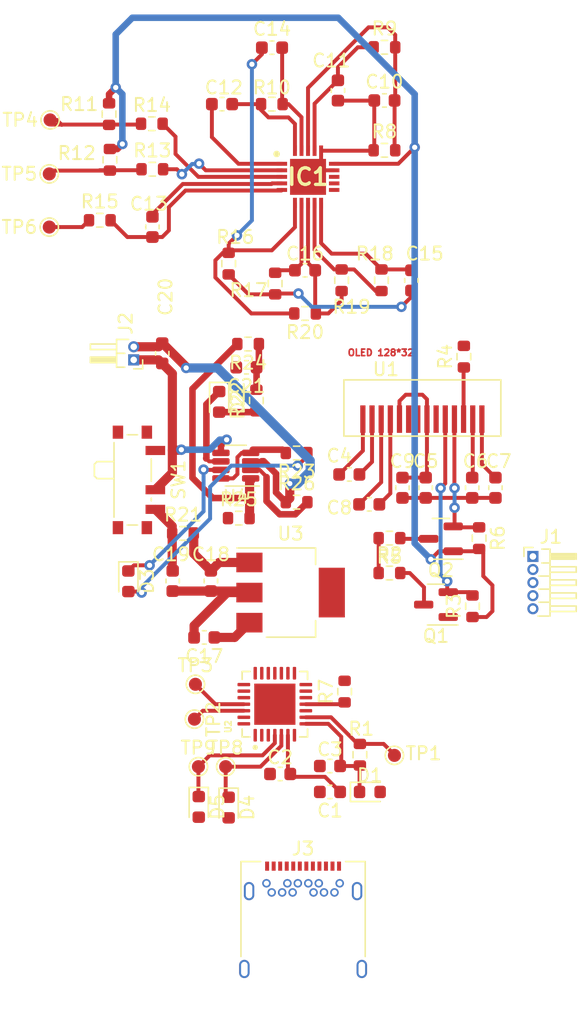
<source format=kicad_pcb>
(kicad_pcb (version 20211014) (generator pcbnew)
  (layers (0 "F.Cu" signal) (31 "B.Cu" signal) (34 "B.Paste" user) (35 "F.Paste" user) (36 "B.SilkS" user "B.Silkscreen") (37 "F.SilkS" user "F.Silkscreen") (38 "B.Mask" user) (39 "F.Mask" user) (44 "Edge.Cuts" user))
  (net 0 "")
  (net 1 "VIN")
  (net 2 "GND")
  (net 3 "USB_D+")
  (net 4 "USB_D-")
  (net 5 "Net-(C16-Pad2)")
  (net 6 "/REF_OUT")
  (net 7 "Net-(IC1-Pad9)")
  (net 8 "3.3V")
  (net 9 "SCL_3.3")
  (net 10 "SCL_5")
  (net 11 "SDA_3.3")
  (net 12 "SDA_5")
  (net 13 "Net-(R1-Pad2)")
  (net 14 "VCC")
  (net 15 "+5V")
  (net 17 "/BATTERY +VE")
  (net 18 "/LDO-")
  (net 19 "/LDO+")
  (net 20 "/SDN#")
  (net 21 "/TXD")
  (net 22 "/RXD")
  (net 23 "/LA")
  (net 24 "+3V3")
  (net 25 "/RA")
  (net 26 "/RL")
  (net 27 "Net-(C4-Pad1)")
  (net 28 "Net-(C4-Pad2)")
  (net 29 "Net-(C5-Pad2)")
  (net 30 "Net-(C11-Pad2)")
  (net 31 "Net-(C12-Pad2)")
  (net 32 "Net-(C14-Pad1)")
  (net 33 "Net-(C18-Pad1)")
  (net 34 "Net-(IC1-Pad2)")
  (net 35 "Net-(IC1-Pad3)")
  (net 36 "Net-(C1-Pad1)")
  (net 37 "Net-(C6-Pad2)")
  (net 38 "Net-(C7-Pad2)")
  (net 39 "Net-(C8-Pad1)")
  (net 40 "Net-(C8-Pad2)")
  (net 41 "Net-(C10-Pad2)")
  (net 42 "Net-(C12-Pad1)")
  (net 43 "Net-(C13-Pad1)")
  (net 44 "Net-(C13-Pad2)")
  (net 45 "Net-(C14-Pad2)")
  (net 46 "Net-(C15-Pad1)")
  (net 47 "Net-(C15-Pad2)")
  (net 48 "Net-(C21-Pad1)")
  (net 50 "Net-(D2-Pad1)")
  (net 51 "Net-(D2-Pad2)")
  (net 52 "Net-(D3-Pad1)")
  (net 53 "Net-(D3-Pad2)")
  (net 54 "Net-(R4-Pad1)")
  (net 55 "Net-(R7-Pad1)")
  (net 56 "Net-(R24-Pad2)")
  (net 57 "Net-(R26-Pad2)")
  (footprint "Capacitor_SMD:C_0603_1608Metric" (layer "F.Cu") (at 100.1556 55.9444)
    (fp_text reference "C4")
    (fp_text value "1uf")
  )
  (footprint "Package_TO_SOT_SMD:TSOT-23-8" (layer "F.Cu") (at 91.4776 55.2704 180)
    (fp_text reference "U4")
    (fp_text value "TP4056")
  )
  (footprint "Resistor_SMD:R_0603_1608Metric" (layer "F.Cu") (at 109.5756 66.0188 90)
    (fp_text reference "R3")
    (fp_text value "10k")
  )
  (footprint "Resistor_SMD:R_0603_1608Metric" (layer "F.Cu") (at 85.0945 32.6132)
    (fp_text reference "R13")
    (fp_text value "10M")
  )
  (footprint "Connector_PinHeader_1.00mm:PinHeader_1x05_P1.00mm_Horizontal" (layer "F.Cu") (at 114.195 62.2112)
    (fp_text reference "J1")
    (fp_text value "UART")
  )
  (footprint "TestPoint:TestPoint_Pad_D1.0mm" (layer "F.Cu") (at 103.6066 77.4192)
    (fp_text reference "TP1")
    (fp_text value "0-RST")
  )
  (footprint "Capacitor_SMD:C_0603_1608Metric" (layer "F.Cu") (at 111.3316 56.9604 90)
    (fp_text reference "C7")
    (fp_text value "10uf")
  )
  (footprint "Resistor_SMD:R_0603_1608Metric" (layer "F.Cu") (at 93.0524 50.292 90)
    (fp_text reference "R22")
    (fp_text value "1k")
  )
  (footprint "Capacitor_SMD:C_0603_1608Metric" (layer "F.Cu") (at 86.6516 64.0842 -90)
    (fp_text reference "C19")
    (fp_text value ".1uf")
  )
  (footprint "TestPoint:TestPoint_Pad_D1.0mm" (layer "F.Cu") (at 88.6206 78.2828)
    (fp_text reference "TP9")
    (fp_text value "D-")
  )
  (footprint "Capacitor_SMD:C_0603_1608Metric" (layer "F.Cu") (at 101.6796 58.2304)
    (fp_text reference "C8")
    (fp_text value "1uf")
  )
  (footprint "Capacitor_SMD:C_0603_1608Metric" (layer "F.Cu") (at 90.424 27.6352)
    (fp_text reference "C12")
    (fp_text value "4.7uf")
  )
  (footprint "TestPoint:TestPoint_Pad_D1.0mm" (layer "F.Cu") (at 88.392 71.9842)
    (fp_text reference "TP3")
    (fp_text value "RXD")
  )
  (footprint "Resistor_SMD:R_0603_1608Metric" (layer "F.Cu") (at 81.851 31.8902 -90)
    (fp_text reference "R12")
    (fp_text value "10M")
  )
  (footprint "Resistor_SMD:R_0603_1608Metric" (layer "F.Cu") (at 87.439 60.452)
    (fp_text reference "R21")
    (fp_text value "0.4R")
  )
  (footprint "Capacitor_SMD:C_0603_1608Metric" (layer "F.Cu") (at 89.0646 68.4022 180)
    (fp_text reference "C17")
    (fp_text value "1uf")
  )
  (footprint "Resistor_SMD:R_0603_1608Metric" (layer "F.Cu") (at 102.842214 31.163414)
    (fp_text reference "R8")
    (fp_text value "10M")
  )
  (footprint "Resistor_SMD:R_0603_1608Metric" (layer "F.Cu") (at 99.568 41.0972 -90)
    (fp_text reference "R19")
    (fp_text value "330K")
  )
  (footprint "Resistor_SMD:R_0603_1608Metric" (layer "F.Cu") (at 91.7062 59.2836)
    (fp_text reference "R25")
    (fp_text value "R_Small_US")
  )
  (footprint "Package_TO_SOT_SMD:SOT-23" (layer "F.Cu") (at 106.7816 65.8918 180)
    (fp_text reference "Q1")
    (fp_text value "BSS138")
  )
  (footprint "Resistor_SMD:R_0603_1608Metric" (layer "F.Cu") (at 99.7966 72.5424 90)
    (fp_text reference "R7")
    (fp_text value "10K")
  )
  (footprint "Capacitor_SMD:C_0603_1608Metric" (layer "F.Cu") (at 109.5536 56.9604 90)
    (fp_text reference "C6")
    (fp_text value "10uf")
  )
  (footprint "Capacitor_SMD:C_0603_1608Metric" (layer "F.Cu") (at 99.286214 26.591414 90)
    (fp_text reference "C11")
    (fp_text value ".1uf")
  )
  (footprint "Resistor_SMD:R_0603_1608Metric" (layer "F.Cu") (at 92.4174 45.974 180)
    (fp_text reference "R24")
    (fp_text value "R_Small_US")
  )
  (footprint "Resistor_SMD:R_0603_1608Metric" (layer "F.Cu") (at 102.842214 23.289414)
    (fp_text reference "R9")
    (fp_text value "10M")
  )
  (footprint "Package_TO_SOT_SMD:SOT-223" (layer "F.Cu") (at 95.6686 64.9732)
    (fp_text reference "U3")
    (fp_text value "TC1262-33")
  )
  (footprint "Resistor_SMD:R_0603_1608Metric" (layer "F.Cu") (at 81.788 28.3972 -90)
    (fp_text reference "R11")
    (fp_text value "10M")
  )
  (footprint "Connector_USB:USB_C_Receptacle_Amphenol_12401548E4-2A" (layer "F.Cu") (at 96.6216 90.9066)
    (fp_text reference "J3")
    (fp_text value "USB_B_Micro")
  )
  (footprint "Capacitor_SMD:C_0603_1608Metric" (layer "F.Cu") (at 89.5726 64.0842 -90)
    (fp_text reference "C18")
    (fp_text value "1uf")
  )
  (footprint "Capacitor_SMD:C_0603_1608Metric" (layer "F.Cu") (at 94.869 78.8416)
    (fp_text reference "C2")
    (fp_text value "100nf")
  )
  (footprint "Resistor_SMD:R_0603_1608Metric" (layer "F.Cu") (at 103.2256 60.8118 180)
    (fp_text reference "R5")
    (fp_text value "10k")
  )
  (footprint "TestPoint:TestPoint_Pad_D1.0mm" (layer "F.Cu") (at 77.216 32.9692)
    (fp_text reference "TP5")
    (fp_text value "RA")
  )
  (footprint "Capacitor_SMD:C_0603_1608Metric" (layer "F.Cu") (at 94.247 23.3172)
    (fp_text reference "C14")
    (fp_text value "4.7uf")
  )
  (footprint "TestPoint:TestPoint_Pad_D1.0mm" (layer "F.Cu") (at 90.7034 78.2828)
    (fp_text reference "TP8")
    (fp_text value "D+")
  )
  (footprint "Capacitor_SMD:C_0603_1608Metric" (layer "F.Cu") (at 92.2904 47.752 180)
    (fp_text reference "C21")
    (fp_text value "4.7uf")
  )
  (footprint "Capacitor_SMD:C_0603_1608Metric" (layer "F.Cu") (at 102.842214 27.353414)
    (fp_text reference "C10")
    (fp_text value ".1uf")
  )
  (footprint "Resistor_SMD:R_0603_1608Metric" (layer "F.Cu") (at 81.079 36.5122)
    (fp_text reference "R15")
    (fp_text value "10M")
  )
  (footprint "SSD1306:SSD1306" (layer "F.Cu") (at 105.7436 51.7144)
    (fp_text reference "U1")
    (fp_text value "SSD1306")
  )
  (footprint "TestPoint:TestPoint_Pad_D1.0mm" (layer "F.Cu") (at 77.216 37.0332)
    (fp_text reference "TP6")
    (fp_text value "RL")
  )
  (footprint "Resistor_SMD:R_0603_1608Metric" (layer "F.Cu") (at 108.9152 46.9392 90)
    (fp_text reference "R4")
    (fp_text value "330k")
  )
  (footprint "Resistor_SMD:R_0603_1608Metric" (layer "F.Cu") (at 110.0836 60.8118 -90)
    (fp_text reference "R6")
    (fp_text value "10k")
  )
  (footprint "Resistor_SMD:R_0603_1608Metric" (layer "F.Cu") (at 96.774 43.6372 180)
    (fp_text reference "R20")
    (fp_text value "100K")
  )
  (footprint "Resistor_SMD:R_0603_1608Metric" (layer "F.Cu") (at 94.234 27.6352 180)
    (fp_text reference "R10")
    (fp_text value "10M")
  )
  (footprint "Capacitor_SMD:C_0603_1608Metric" (layer "F.Cu") (at 98.679 80.2132 180)
    (fp_text reference "C1")
    (fp_text value "4.7uf")
  )
  (footprint "Resistor_SMD:R_0603_1608Metric" (layer "F.Cu") (at 90.932 39.8272 90)
    (fp_text reference "R16")
    (fp_text value "10M")
  )
  (footprint "Capacitor_SMD:C_0603_1608Metric" (layer "F.Cu") (at 104.902 41.1102 -90)
    (fp_text reference "C15")
    (fp_text value "2.7nf")
  )
  (footprint "Package_TO_SOT_SMD:SOT-23" (layer "F.Cu") (at 107.1626 60.8658 180)
    (fp_text reference "Q2")
    (fp_text value "BSS138")
  )
  (footprint "Resistor_SMD:R_0603_1608Metric" (layer "F.Cu") (at 102.616 41.0972 -90)
    (fp_text reference "R18")
    (fp_text value "1M")
  )
  (footprint "Resistor_SMD:R_0603_1608Metric" (layer "F.Cu") (at 96.1258 54.3052 180)
    (fp_text reference "R23")
    (fp_text value "1k")
  )
  (footprint "Button_Switch_SMD:SW_SPDT_PCM12" (layer "F.Cu") (at 83.896 56.3612 -90)
    (fp_text reference "SW1")
    (fp_text value "SW_SPDT")
  )
  (footprint "Connector_PinHeader_1.00mm:PinHeader_1x02_P1.00mm_Horizontal" (layer "F.Cu") (at 83.671 47.1852 180)
    (fp_text reference "J2")
    (fp_text value "Li-Ion 3.7 CONN")
  )
  (footprint "Capacitor_SMD:C_0603_1608Metric" (layer "F.Cu") (at 98.679 78.232 180)
    (fp_text reference "C3")
    (fp_text value "1uf")
  )
  (footprint "Resistor_SMD:R_0603_1608Metric" (layer "F.Cu") (at 103.2256 63.4788)
    (fp_text reference "R2")
    (fp_text value "10k")
  )
  (footprint "TestPoint:TestPoint_Pad_D1.0mm" (layer "F.Cu") (at 77.279 28.8422)
    (fp_text reference "TP4")
    (fp_text value "LA")
  )
  (footprint "CP2102-GM:QFN50P500X500X100-29N" (layer "F.Cu") (at 94.4626 73.5076 90)
    (fp_text reference "U2")
    (fp_text value "CP2102-GM")
  )
  (footprint "Resistor_SMD:R_0603_1608Metric" (layer "F.Cu") (at 96.1258 58.0644)
    (fp_text reference "R26")
    (fp_text value "R_prog")
  )
  (footprint "Capacitor_SMD:C_0603_1608Metric" (layer "F.Cu") (at 85.103 37.0202 90)
    (fp_text reference "C13")
    (fp_text value "1nf")
  )
  (footprint "Resistor_SMD:R_0603_1608Metric" (layer "F.Cu") (at 100.965 77.3684 90)
    (fp_text reference "R1")
    (fp_text value "4.7k")
  )
  (footprint "LED_SMD:LED_0603_1608Metric" (layer "F.Cu") (at 90.2076 50.3936 -90)
    (fp_text reference "D2")
    (fp_text value "LED GREEN")
  )
  (footprint "KiCad:QFN50P400X400X80-21N-D" (layer "F.Cu") (at 97.000214 33.195414)
    (fp_text reference "IC1")
    (fp_text value "AD8232ACPZ" hide)
  )
  (footprint "Capacitor_SMD:C_0603_1608Metric" (layer "F.Cu") (at 85.852 46.6852 90)
    (fp_text reference "C20")
    (fp_text value "10uf")
  )
  (footprint "LED_SMD:LED_0603_1608Metric" (layer "F.Cu") (at 83.2612 64.1096 -90)
    (fp_text reference "D3")
    (fp_text value "LED RED")
  )
  (footprint "Capacitor_SMD:C_0603_1608Metric" (layer "F.Cu") (at 105.9976 56.9604 90)
    (fp_text reference "C5")
    (fp_text value "1uf")
  )
  (footprint "Diode_SMD:D_0603_1608Metric" (layer "F.Cu") (at 101.727 80.2132)
    (fp_text reference "D1")
    (fp_text value "4148")
  )
  (footprint "Capacitor_SMD:C_0603_1608Metric" (layer "F.Cu") (at 96.774 40.3352 180)
    (fp_text reference "C16")
    (fp_text value "6.8nf")
  )
  (footprint "TestPoint:TestPoint_Pad_D1.0mm" (layer "F.Cu") (at 88.3158 74.6506 -90)
    (fp_text reference "TP2")
    (fp_text value "TXD")
  )
  (footprint "Resistor_SMD:R_0603_1608Metric" (layer "F.Cu") (at 94.488 41.3512 90)
    (fp_text reference "R17")
    (fp_text value "10M")
  )
  (footprint "Capacitor_SMD:C_0603_1608Metric" (layer "F.Cu") (at 104.2196 56.9604 -90)
    (fp_text reference "C9")
    (fp_text value "1uf")
  )
  (footprint "Diode_SMD:D_0603_1608Metric" (layer "F.Cu") (at 90.932 81.407 -90)
    (fp_text reference "D4")
    (fp_text value "D_Schottky")
  )
  (footprint "Diode_SMD:D_0603_1608Metric" (layer "F.Cu") (at 88.646 81.3562 -90)
    (fp_text reference "D5")
    (fp_text value "D_Schottky")
  )
  (footprint "Resistor_SMD:R_0603_1608Metric" (layer "F.Cu") (at 85.0575 29.1342)
    (fp_text reference "R14")
    (fp_text value "10M")
  )
  (gr_text "OLED 128*32" (at 102.5652 46.6344) (layer "F.Cu") (effects (font (size 0.5 0.5) (thickness 0.125))))
  (segment (start 100.9264 78.232) (end 100.965 78.1934) (width 0.3) (layer "F.Cu") (net 1))
  (segment (start 99.454 78.232) (end 100.9264 78.232) (width 0.3) (layer "F.Cu") (net 1))
  (segment (start 100.9395 80.2132) (end 100.9395 78.2189) (width 0.3) (layer "F.Cu") (net 1))
  (segment (start 99.5426 78.1434) (end 99.454 78.232) (width 0.3) (layer "F.Cu") (net 1))
  (segment (start 100.9395 78.2189) (end 100.965 78.1934) (width 0.3) (layer "F.Cu") (net 1))
  (segment (start 96.8326 75.0076) (end 98.5534 75.0076) (width 0.3) (layer "F.Cu") (net 1))
  (segment (start 98.5534 75.0076) (end 99.5426 75.9968) (width 0.3) (layer "F.Cu") (net 1))
  (segment (start 99.5426 75.9968) (end 99.5426 78.1434) (width 0.3) (layer "F.Cu") (net 1))
  (segment (start 99.000214 32.695414) (end 97.500214 32.695414) (width 0.3) (layer "F.Cu") (net 2))
  (segment (start 92.6151 54.9454) (end 93.592494 54.9454) (width 0.3) (layer "F.Cu") (net 2))
  (segment (start 104.2196 57.7354) (end 105.9976 57.7354) (width 0.3) (layer "F.Cu") (net 2))
  (segment (start 90.8186 64.9732) (end 88.2896 67.5022) (width 0.7) (layer "F.Cu") (net 2))
  (segment (start 102.017214 31.163414) (end 101.985214 31.195414) (width 0.3) (layer "F.Cu") (net 2))
  (segment (start 94.55288 55.88188) (end 93.604447 54.933447) (width 0.5) (layer "F.Cu") (net 2))
  (segment (start 83.671 46.1852) (end 85.577 46.1852) (width 0.7) (layer "F.Cu") (net 2))
  (segment (start 97.500214 32.695414) (end 97.000214 33.195414) (width 0.3) (layer "F.Cu") (net 2))
  (segment (start 101.985214 31.195414) (end 98.000214 31.195414) (width 0.3) (layer "F.Cu") (net 2))
  (segment (start 85.577 46.1852) (end 85.852 45.9102) (width 0.7) (layer "F.Cu") (net 2))
  (segment (start 98.000214 32.195414) (end 98.000214 31.195414) (width 0.3) (layer "F.Cu") (net 2))
  (segment (start 102.067214 31.113414) (end 102.017214 31.163414) (width 0.3) (layer "F.Cu") (net 2))
  (segment (start 95.3008 58.0644) (end 94.55288 57.31648) (width 0.5) (layer "F.Cu") (net 2))
  (segment (start 95.6056 57.7596) (end 95.3008 58.0644) (width 0.7) (layer "F.Cu") (net 2))
  (segment (start 93.592494 54.9454) (end 93.604447 54.933447) (width 0.3) (layer "F.Cu") (net 2))
  (segment (start 93.604447 54.933447) (end 93.452046 54.933447) (width 0.5) (layer "F.Cu") (net 2))
  (segment (start 102.067214 27.353414) (end 102.067214 31.113414) (width 0.3) (layer "F.Cu") (net 2))
  (segment (start 102.054214 27.366414) (end 102.067214 27.353414) (width 0.3) (layer "F.Cu") (net 2))
  (segment (start 92.4046 64.8592) (end 92.5186 64.9732) (width 0.7) (layer "F.Cu") (net 2))
  (segment (start 86.6516 64.8592) (end 89.5726 64.8592) (width 0.7) (layer "F.Cu") (net 2))
  (segment (start 88.2896 67.5022) (end 88.2896 68.4022) (width 0.7) (layer "F.Cu") (net 2))
  (segment (start 94.55288 57.31648) (end 94.55288 55.88188) (width 0.5) (layer "F.Cu") (net 2))
  (segment (start 85.852 45.9102) (end 85.872336 45.9102) (width 0.7) (layer "F.Cu") (net 2))
  (segment (start 97.000214 33.195414) (end 98.000214 32.195414) (width 0.3) (layer "F.Cu") (net 2))
  (segment (start 89.5726 64.8592) (end 92.4046 64.8592) (width 0.7) (layer "F.Cu") (net 2))
  (segment (start 85.872336 45.9102) (end 87.6808 47.718664) (width 0.7) (layer "F.Cu") (net 2))
  (segment (start 95.6056 56.642) (end 95.6056 57.7596) (width 0.7) (layer "F.Cu") (net 2))
  (segment (start 87.6808 47.718664) (end 87.6808 47.8028) (width 0.7) (layer "F.Cu") (net 2))
  (segment (start 92.5186 64.9732) (end 90.8186 64.9732) (width 0.7) (layer "F.Cu") (net 2))
  (segment (start 99.286214 27.366414) (end 102.054214 27.366414) (width 0.3) (layer "F.Cu") (net 2))
  (segment (start 105.9976 57.7354) (end 109.5536 57.7354) (width 0.3) (layer "F.Cu") (net 2))
  (segment (start 109.5536 57.7354) (end 111.3316 57.7354) (width 0.3) (layer "F.Cu") (net 2))
  (via (at 95.6056 56.642) (size 0.8) (drill 0.4) (layers "F.Cu" "B.Cu") (net 2))
  (via (at 87.6808 47.8028) (size 0.8) (drill 0.4) (layers "F.Cu" "B.Cu") (net 2))
  (segment (start 96.2152 56.642) (end 95.6056 56.642) (width 0.7) (layer "B.Cu") (net 2))
  (segment (start 87.6808 47.8028) (end 90.090412 47.8028) (width 0.7) (layer "B.Cu") (net 2))
  (segment (start 97.164711 54.877099) (end 97.164711 55.692489) (width 0.7) (layer "B.Cu") (net 2))
  (segment (start 90.090412 47.8028) (end 97.164711 54.877099) (width 0.7) (layer "B.Cu") (net 2))
  (segment (start 97.164711 55.692489) (end 96.2152 56.642) (width 0.7) (layer "B.Cu") (net 2))
  (segment (start 93.365307 78.2828) (end 90.7034 78.2828) (width 0.3) (layer "F.Cu") (net 3))
  (segment (start 94.9626 75.8776) (end 94.9626 76.685507) (width 0.3) (layer "F.Cu") (net 3))
  (segment (start 90.7034 80.3909) (end 90.932 80.6195) (width 0.3) (layer "F.Cu") (net 3))
  (segment (start 90.7034 78.2828) (end 90.7034 80.3909) (width 0.3) (layer "F.Cu") (net 3))
  (segment (start 94.9626 76.685507) (end 93.365307 78.2828) (width 0.3) (layer "F.Cu") (net 3))
  (segment (start 88.6206 78.2828) (end 88.6206 80.5433) (width 0.3) (layer "F.Cu") (net 4))
  (segment (start 89.4842 77.4192) (end 88.6206 78.2828) (width 0.3) (layer "F.Cu") (net 4))
  (segment (start 88.6206 80.5433) (end 88.646 80.5687) (width 0.3) (layer "F.Cu") (net 4))
  (segment (start 94.4626 75.8776) (end 94.4626 76.479079) (width 0.3) (layer "F.Cu") (net 4))
  (segment (start 93.522479 77.4192) (end 89.4842 77.4192) (width 0.3) (layer "F.Cu") (net 4))
  (segment (start 94.4626 76.479079) (end 93.522479 77.4192) (width 0.3) (layer "F.Cu") (net 4))
  (segment (start 96.500214 35.195414) (end 96.500214 39.833986) (width 0.3) (layer "F.Cu") (net 5))
  (segment (start 96.500214 39.833986) (end 95.999 40.3352) (width 0.3) (layer "F.Cu") (net 5))
  (segment (start 95.999 40.3352) (end 94.551 40.3352) (width 0.3) (layer "F.Cu") (net 5))
  (segment (start 97.000214 39.786414) (end 97.549 40.3352) (width 0.3) (layer "F.Cu") (net 6))
  (segment (start 97.549 40.3352) (end 97.549 43.5872) (width 0.3) (layer "F.Cu") (net 6))
  (segment (start 99.568 42.6212) (end 98.552 43.6372) (width 0.3) (layer "F.Cu") (net 6))
  (segment (start 98.552 43.6372) (end 97.599 43.6372) (width 0.3) (layer "F.Cu") (net 6))
  (segment (start 97.549 43.5872) (end 97.599 43.6372) (width 0.3) (layer "F.Cu") (net 6))
  (segment (start 97.000214 35.195414) (end 97.000214 39.786414) (width 0.3) (layer "F.Cu") (net 6))
  (segment (start 99.568 41.9222) (end 99.568 42.6212) (width 0.3) (layer "F.Cu") (net 6))
  (segment (start 98.997 40.2722) (end 99.568 40.2722) (width 0.3) (layer "F.Cu") (net 7))
  (segment (start 97.500214 38.775414) (end 98.997 40.2722) (width 0.3) (layer "F.Cu") (net 7))
  (segment (start 102.616 41.9222) (end 102.171 41.9222) (width 0.3) (layer "F.Cu") (net 7))
  (segment (start 102.171 41.9222) (end 100.521 40.2722) (width 0.3) (layer "F.Cu") (net 7))
  (segment (start 100.521 40.2722) (end 99.568 40.2722) (width 0.3) (layer "F.Cu") (net 7))
  (segment (start 97.500214 35.195414) (end 97.500214 38.775414) (width 0.3) (layer "F.Cu") (net 7))
  (segment (start 110.6514 66.8438) (end 109.5756 66.8438) (width 0.3) (layer "F.Cu") (net 8))
  (segment (start 108.1001 61.8158) (end 107.0051 61.8158) (width 0.3) (layer "F.Cu") (net 8))
  (segment (start 109.9046 61.8158) (end 110.0836 61.6368) (width 0.3) (layer "F.Cu") (net 8))
  (segment (start 111.0996 66.3956) (end 110.6514 66.8438) (width 0.3) (layer "F.Cu") (net 8))
  (segment (start 82.422 31.0652) (end 82.804 30.6832) (width 0.5) (layer "F.Cu") (net 8))
  (segment (start 81.788 27.5722) (end 81.788 26.8732) (width 0.5) (layer "F.Cu") (net 8))
  (segment (start 111.0996 64.4144) (end 111.0996 66.3956) (width 0.3) (layer "F.Cu") (net 8))
  (segment (start 110.40012 61.95332) (end 110.40012 63.71492) (width 0.3) (layer "F.Cu") (net 8))
  (segment (start 81.788 26.8732) (end 82.296 26.3652) (width 0.5) (layer "F.Cu") (net 8))
  (segment (start 81.851 31.0652) (end 82.422 31.0652) (width 0.5) (layer "F.Cu") (net 8))
  (segment (start 110.0836 61.6368) (end 110.40012 61.95332) (width 0.3) (layer "F.Cu") (net 8))
  (segment (start 99.000214 32.195414) (end 103.897786 32.195414) (width 0.3) (layer "F.Cu") (net 8))
  (segment (start 107.0051 61.8158) (end 106.3877 62.4332) (width 0.3) (layer "F.Cu") (net 8))
  (segment (start 110.40012 63.71492) (end 111.0996 64.4144) (width 0.3) (layer "F.Cu") (net 8))
  (segment (start 108.1001 61.8158) (end 109.9046 61.8158) (width 0.3) (layer "F.Cu") (net 8))
  (segment (start 103.897786 32.195414) (end 105.156 30.9372) (width 0.3) (layer "F.Cu") (net 8))
  (via (at 105.156 30.9372) (size 0.8) (drill 0.4) (layers "F.Cu" "B.Cu") (net 8))
  (via (at 106.3877 62.4332) (size 0.8) (drill 0.4) (layers "F.Cu" "B.Cu") (net 8))
  (via (at 82.804 30.6832) (size 0.8) (drill 0.4) (layers "F.Cu" "B.Cu") (net 8))
  (via (at 82.296 26.3652) (size 0.8) (drill 0.4) (layers "F.Cu" "B.Cu") (net 8))
  (segment (start 99.314 21.0312) (end 105.156 26.8732) (width 0.5) (layer "B.Cu") (net 8))
  (segment (start 82.296 22.3012) (end 83.566 21.0312) (width 0.5) (layer "B.Cu") (net 8))
  (segment (start 105.156 61.2015) (end 105.156 30.9372) (width 0.5) (layer "B.Cu") (net 8))
  (segment (start 83.566 21.0312) (end 99.314 21.0312) (width 0.5) (layer "B.Cu") (net 8))
  (segment (start 106.3877 62.4332) (end 105.156 61.2015) (width 0.5) (layer "B.Cu") (net 8))
  (segment (start 82.804 26.8732) (end 82.296 26.3652) (width 0.5) (layer "B.Cu") (net 8))
  (segment (start 105.156 26.8732) (end 105.156 30.9372) (width 0.5) (layer "B.Cu") (net 8))
  (segment (start 82.296 26.3652) (end 82.296 22.3012) (width 0.5) (layer "B.Cu") (net 8))
  (segment (start 82.804 30.6832) (end 82.804 26.8732) (width 0.5) (layer "B.Cu") (net 8))
  (segment (start 109.3236 64.9418) (end 109.5756 65.1938) (width 0.3) (layer "F.Cu") (net 9))
  (segment (start 107.7191 64.9418) (end 109.3236 64.9418) (width 0.3) (layer "F.Cu") (net 9))
  (segment (start 107.4936 56.6295) (end 107.1372 56.9859) (width 0.3) (layer "F.Cu") (net 9))
  (segment (start 107.4936 51.7144) (end 107.4936 56.6295) (width 0.3) (layer "F.Cu") (net 9))
  (segment (start 107.6452 64.1096) (end 107.6452 64.8679) (width 0.3) (layer "F.Cu") (net 9))
  (segment (start 107.6452 64.8679) (end 107.7191 64.9418) (width 0.3) (layer "F.Cu") (net 9))
  (via (at 107.6452 64.1096) (size 0.8) (drill 0.4) (layers "F.Cu" "B.Cu") (net 9))
  (via (at 107.1372 56.9859) (size 0.8) (drill 0.4) (layers "F.Cu" "B.Cu") (net 9))
  (segment (start 107.1372 56.9859) (end 107.0356 57.0875) (width 0.3) (layer "B.Cu") (net 9))
  (segment (start 107.1372 56.9859) (end 107.1372 63.6016) (width 0.3) (layer "B.Cu") (net 9))
  (segment (start 107.1372 63.6016) (end 107.6452 64.1096) (width 0.3) (layer "B.Cu") (net 9))
  (segment (start 104.7792 63.4788) (end 105.8672 64.5668) (width 0.3) (layer "F.Cu") (net 10))
  (segment (start 105.8672 65.8687) (end 105.8441 65.8918) (width 0.3) (layer "F.Cu") (net 10))
  (segment (start 105.8672 64.5668) (end 105.8672 65.8687) (width 0.3) (layer "F.Cu") (net 10))
  (segment (start 104.0506 63.4788) (end 104.7792 63.4788) (width 0.3) (layer "F.Cu") (net 10))
  (segment (start 108.1711 59.9868) (end 108.1001 59.9158) (width 0.3) (layer "F.Cu") (net 11))
  (segment (start 108.1936 51.7144) (end 108.1936 56.9755) (width 0.3) (layer "F.Cu") (net 11))
  (segment (start 108.204 58.4849) (end 108.204 59.8119) (width 0.3) (layer "F.Cu") (net 11))
  (segment (start 110.0836 59.9868) (end 108.1711 59.9868) (width 0.3) (layer "F.Cu") (net 11))
  (segment (start 108.204 59.8119) (end 108.1001 59.9158) (width 0.3) (layer "F.Cu") (net 11))
  (segment (start 108.1936 56.9755) (end 108.204 56.9859) (width 0.3) (layer "F.Cu") (net 11))
  (via (at 108.204 58.4849) (size 0.8) (drill 0.4) (layers "F.Cu" "B.Cu") (net 11))
  (via (at 108.204 56.9859) (size 0.8) (drill 0.4) (layers "F.Cu" "B.Cu") (net 11))
  (segment (start 108.204 56.9859) (end 108.204 58.4849) (width 0.3) (layer "B.Cu") (net 11))
  (segment (start 106.2251 60.8658) (end 104.1046 60.8658) (width 0.3) (layer "F.Cu") (net 12))
  (segment (start 104.1046 60.8658) (end 104.0506 60.8118) (width 0.3) (layer "F.Cu") (net 12))
  (segment (start 98.759828 74.5076) (end 96.8326 74.5076) (width 0.3) (layer "F.Cu") (net 13))
  (segment (start 100.965 76.5434) (end 100.795627 76.5434) (width 0.3) (layer "F.Cu") (net 13))
  (segment (start 100.965 76.5434) (end 102.7816 76.5434) (width 0.3) (layer "F.Cu") (net 13))
  (segment (start 100.795627 76.5434) (end 98.759828 74.5076) (width 0.3) (layer "F.Cu") (net 13))
  (segment (start 102.7816 76.5434) (end 103.4542 77.216) (width 0.3) (layer "F.Cu") (net 13))
  (segment (start 86.614 63.2716) (end 86.6516 63.3092) (width 0.7) (layer "F.Cu") (net 14))
  (segment (start 86.614 60.452) (end 86.614 63.2716) (width 0.7) (layer "F.Cu") (net 14))
  (segment (start 86.614 59.8992) (end 85.326 58.6112) (width 0.7) (layer "F.Cu") (net 14))
  (segment (start 86.614 60.452) (end 86.614 59.8992) (width 0.7) (layer "F.Cu") (net 14))
  (segment (start 102.4006 60.8118) (end 102.4006 63.4788) (width 0.3) (layer "F.Cu") (net 15))
  (segment (start 85.852 47.4602) (end 86.625511 48.233711) (width 0.7) (layer "F.Cu") (net 17))
  (segment (start 87.2755 54.090489) (end 87.314789 54.0512) (width 0.7) (layer "F.Cu") (net 17))
  (segment (start 86.625511 54.090489) (end 87.2755 54.090489) (width 0.7) (layer "F.Cu") (net 17))
  (segment (start 85.577 47.1852) (end 85.852 47.4602) (width 0.7) (layer "F.Cu") (net 17))
  (segment (start 90.3401 53.7287) (end 90.7796 53.2892) (width 0.5) (layer "F.Cu") (net 17))
  (segment (start 86.625511 55.811689) (end 85.326 57.1112) (width 0.7) (layer "F.Cu") (net 17))
  (segment (start 86.625511 54.090489) (end 86.625511 55.811689) (width 0.7) (layer "F.Cu") (net 17))
  (segment (start 86.625511 48.233711) (end 86.625511 54.090489) (width 0.7) (layer "F.Cu") (net 17))
  (segment (start 83.671 47.1852) (end 85.577 47.1852) (width 0.7) (layer "F.Cu") (net 17))
  (segment (start 90.3401 54.2954) (end 90.3401 53.7287) (width 0.5) (layer "F.Cu") (net 17))
  (via (at 90.7796 53.2892) (size 0.8) (drill 0.4) (layers "F.Cu" "B.Cu") (net 17))
  (via (at 87.314789 54.0512) (size 0.8) (drill 0.4) (layers "F.Cu" "B.Cu") (net 17))
  (segment (start 90.7796 53.2892) (end 90.23983 53.2892) (width 0.5) (layer "B.Cu") (net 17))
  (segment (start 89.47783 54.0512) (end 87.314789 54.0512) (width 0.5) (layer "B.Cu") (net 17))
  (segment (start 90.23983 53.2892) (end 89.47783 54.0512) (width 0.5) (layer "B.Cu") (net 17))
  (segment (start 92.0926 74.0076) (end 88.9588 74.0076) (width 0.3) (layer "F.Cu") (net 21))
  (segment (start 88.9588 74.0076) (end 88.3158 74.6506) (width 0.3) (layer "F.Cu") (net 21))
  (segment (start 89.9154 73.5076) (end 92.0926 73.5076) (width 0.3) (layer "F.Cu") (net 22))
  (segment (start 88.392 71.9842) (end 89.9154 73.5076) (width 0.3) (layer "F.Cu") (net 22))
  (segment (start 77.789 28.8422) (end 78.169 29.2222) (width 0.3) (layer "F.Cu") (net 23))
  (segment (start 77.3745 29.1972) (end 84.1695 29.1972) (width 0.3) (layer "F.Cu") (net 23))
  (segment (start 77.279 28.8422) (end 77.789 28.8422) (width 0.3) (layer "F.Cu") (net 23))
  (segment (start 84.1695 29.1972) (end 84.2325 29.1342) (width 0.3) (layer "F.Cu") (net 23))
  (segment (start 89.8396 68.4022) (end 91.3896 68.4022) (width 0.7) (layer "F.Cu") (net 24))
  (segment (start 91.3896 68.4022) (end 92.5186 67.2732) (width 0.7) (layer "F.Cu") (net 24))
  (segment (start 84.1925 32.6902) (end 84.2695 32.6132) (width 0.3) (layer "F.Cu") (net 25))
  (segment (start 81.0565 32.6902) (end 84.1925 32.6902) (width 0.3) (layer "F.Cu") (net 25))
  (segment (start 77.47 32.7152) (end 77.216 32.9692) (width 0.3) (layer "F.Cu") (net 25))
  (segment (start 81.851 32.7152) (end 77.47 32.7152) (width 0.3) (layer "F.Cu") (net 25))
  (segment (start 79.733 37.0332) (end 80.254 36.5122) (width 0.3) (layer "F.Cu") (net 26))
  (segment (start 77.216 37.0332) (end 79.733 37.0332) (width 0.3) (layer "F.Cu") (net 26))
  (segment (start 101.1936 54.1314) (end 99.3806 55.9444) (width 0.3) (layer "F.Cu") (net 27))
  (segment (start 101.1936 51.7144) (end 101.1936 54.1314) (width 0.3) (layer "F.Cu") (net 27))
  (segment (start 100.9306 55.9444) (end 101.8936 54.9814) (width 0.3) (layer "F.Cu") (net 28))
  (segment (start 101.8936 54.9814) (end 101.8936 51.7144) (width 0.3) (layer "F.Cu") (net 28))
  (segment (start 106.0936 51.7144) (end 106.0936 50.1984) (width 0.3) (layer "F.Cu") (net 29))
  (segment (start 104.2196 56.1854) (end 105.9976 56.1854) (width 0.3) (layer "F.Cu") (net 29))
  (segment (start 103.9936 50.3284) (end 103.9936 51.7144) (width 0.3) (layer "F.Cu") (net 29))
  (segment (start 106.0936 50.1984) (end 105.7436 49.8484) (width 0.3) (layer "F.Cu") (net 29))
  (segment (start 106.0936 51.7144) (end 106.0936 56.0894) (width 0.3) (layer "F.Cu") (net 29))
  (segment (start 105.7436 49.8484) (end 104.4736 49.8484) (width 0.3) (layer "F.Cu") (net 29))
  (segment (start 104.4736 49.8484) (end 103.9936 50.3284) (width 0.3) (layer "F.Cu") (net 29))
  (segment (start 106.0936 56.0894) (end 105.9976 56.1854) (width 0.3) (layer "F.Cu") (net 29))
  (segment (start 99.286214 24.813414) (end 99.286214 25.816414) (width 0.3) (layer "F.Cu") (net 30))
  (segment (start 102.017214 23.289414) (end 100.810214 23.289414) (width 0.3) (layer "F.Cu") (net 30))
  (segment (start 97.500214 27.602414) (end 97.500214 31.195414) (width 0.3) (layer "F.Cu") (net 30))
  (segment (start 99.286214 25.816414) (end 97.500214 27.602414) (width 0.3) (layer "F.Cu") (net 30))
  (segment (start 100.810214 23.289414) (end 99.286214 24.813414) (width 0.3) (layer "F.Cu") (net 30))
  (segment (start 95.504 28.6512) (end 96.000214 29.147414) (width 0.3) (layer "F.Cu") (net 31))
  (segment (start 96.000214 29.147414) (end 96.000214 31.195414) (width 0.3) (layer "F.Cu") (net 31))
  (segment (start 93.409 27.6352) (end 93.409 28.0802) (width 0.3) (layer "F.Cu") (net 31))
  (segment (start 93.409 27.6352) (end 91.199 27.6352) (width 0.3) (layer "F.Cu") (net 31))
  (segment (start 93.98 28.6512) (end 95.504 28.6512) (width 0.3) (layer "F.Cu") (net 31))
  (segment (start 93.409 28.0802) (end 93.98 28.6512) (width 0.3) (layer "F.Cu") (net 31))
  (segment (start 96.000214 35.195414) (end 96.000214 37.044986) (width 0.3) (layer "F.Cu") (net 32))
  (segment (start 92.664862 43.6372) (end 89.916 40.888338) (width 0.3) (layer "F.Cu") (net 32))
  (segment (start 90.932 39.0022) (end 90.932 38.3032) (width 0.3) (layer "F.Cu") (net 32))
  (segment (start 95.949 43.6372) (end 92.664862 43.6372) (width 0.3) (layer "F.Cu") (net 32))
  (segment (start 90.487 39.0022) (end 90.932 39.0022) (width 0.3) (layer "F.Cu") (net 32))
  (segment (start 93.472 23.8252) (end 92.71 24.5872) (width 0.3) (layer "F.Cu") (net 32))
  (segment (start 89.916 39.5732) (end 90.487 39.0022) (width 0.3) (layer "F.Cu") (net 32))
  (segment (start 90.932 38.3032) (end 91.567 37.6682) (width 0.3) (layer "F.Cu") (net 32))
  (segment (start 94.234 38.8112) (end 90.995 38.8112) (width 0.3) (layer "F.Cu") (net 32))
  (segment (start 93.472 23.3172) (end 93.472 23.8252) (width 0.3) (layer "F.Cu") (net 32))
  (segment (start 96.000214 37.044986) (end 94.234 38.8112) (width 0.3) (layer "F.Cu") (net 32))
  (segment (start 89.916 40.888338) (end 89.916 39.5732) (width 0.3) (layer "F.Cu") (net 32))
  (via (at 91.567 37.6682) (size 0.8) (drill 0.4) (layers "F.Cu" "B.Cu") (net 32))
  (via (at 92.71 24.5872) (size 0.8) (drill 0.4) (layers "F.Cu" "B.Cu") (net 32))
  (segment (start 91.44 37.7952) (end 91.567 37.6682) (width 0.3) (layer "B.Cu") (net 32))
  (segment (start 92.71 36.5252) (end 91.567 37.6682) (width 0.3) (layer "B.Cu") (net 32))
  (segment (start 92.71 24.5872) (end 92.71 36.5252) (width 0.3) (layer "B.Cu") (net 32))
  (segment (start 92.5186 62.6732) (end 90.2086 62.6732) (width 0.7) (layer "F.Cu") (net 33))
  (segment (start 88.264 62.0006) (end 89.5726 63.3092) (width 0.7) (layer "F.Cu") (net 33))
  (segment (start 88.264 60.452) (end 88.264 62.0006) (width 0.7) (layer "F.Cu") (net 33))
  (segment (start 90.2086 62.6732) (end 89.5726 63.3092) (width 0.7) (layer "F.Cu") (net 33))
  (segment (start 89.177688 32.694934) (end 94.999734 32.694934) (width 0.3) (layer "F.Cu") (net 34))
  (segment (start 86.976046 32.6132) (end 87.354023 32.991177) (width 0.3) (layer "F.Cu") (net 34))
  (segment (start 88.667977 32.185223) (end 89.177688 32.694934) (width 0.3) (layer "F.Cu") (net 34))
  (segment (start 85.9195 32.6132) (end 86.976046 32.6132) (width 0.3) (layer "F.Cu") (net 34))
  (segment (start 94.999734 32.694934) (end 95.000214 32.695414) (width 0.3) (layer "F.Cu") (net 34))
  (via (at 88.667977 32.185223) (size 0.8) (drill 0.4) (layers "F.Cu" "B.Cu") (net 34))
  (via (at 87.354023 32.991177) (size 0.8) (drill 0.4) (layers "F.Cu" "B.Cu") (net 34))
  (segment (start 87.354023 32.991177) (end 88.138 32.2072) (width 0.3) (layer "B.Cu") (net 34))
  (segment (start 88.646 32.2072) (end 88.667977 32.185223) (width 0.3) (layer "B.Cu") (net 34))
  (segment (start 88.392 32.2072) (end 88.646 32.2072) (width 0.3) (layer "B.Cu") (net 34))
  (segment (start 88.138 32.2072) (end 88.392 32.2072) (width 0.3) (layer "B.Cu") (net 34))
  (segment (start 85.8825 29.1342) (end 86.868 30.1197) (width 0.3) (layer "F.Cu") (net 35))
  (segment (start 86.868 31.4452) (end 88.618214 33.195414) (width 0.3) (layer "F.Cu") (net 35))
  (segment (start 88.618214 33.195414) (end 95.000214 33.195414) (width 0.3) (layer "F.Cu") (net 35))
  (segment (start 86.868 30.1197) (end 86.868 31.4452) (width 0.3) (layer "F.Cu") (net 35))
  (segment (start 95.85892 79.05652) (end 98.29732 79.05652) (width 0.3) (layer "F.Cu") (net 36))
  (segment (start 95.4626 78.6602) (end 95.644 78.8416) (width 0.3) (layer "F.Cu") (net 36))
  (segment (start 95.644 78.8416) (end 95.85892 79.05652) (width 0.3) (layer "F.Cu") (net 36))
  (segment (start 95.4626 75.8776) (end 95.4626 78.6602) (width 0.3) (layer "F.Cu") (net 36))
  (segment (start 98.29732 79.05652) (end 99.454 80.2132) (width 0.3) (layer "F.Cu") (net 36))
  (segment (start 109.5936 56.1454) (end 109.5536 56.1854) (width 0.3) (layer "F.Cu") (net 37))
  (segment (start 109.5936 51.7144) (end 109.5936 56.1454) (width 0.3) (layer "F.Cu") (net 37))
  (segment (start 110.2936 55.1604) (end 111.3186 56.1854) (width 0.3) (layer "F.Cu") (net 38))
  (segment (start 111.3186 56.1854) (end 111.3316 56.1854) (width 0.3) (layer "F.Cu") (net 38))
  (segment (start 110.2936 51.7144) (end 110.2936 55.1604) (width 0.3) (layer "F.Cu") (net 38))
  (segment (start 102.5936 56.5414) (end 100.9046 58.2304) (width 0.3) (layer "F.Cu") (net 39))
  (segment (start 102.5936 51.7144) (end 102.5936 56.5414) (width 0.3) (layer "F.Cu") (net 39))
  (segment (start 102.4546 58.2304) (end 103.2936 57.3914) (width 0.3) (layer "F.Cu") (net 40))
  (segment (start 103.2936 57.3914) (end 103.2936 51.7144) (width 0.3) (layer "F.Cu") (net 40))
  (segment (start 97.000214 26.392986) (end 97.000214 31.195414) (width 0.3) (layer "F.Cu") (net 41))
  (segment (start 103.667214 23.289414) (end 103.667214 22.336414) (width 0.3) (layer "F.Cu") (net 41))
  (segment (start 103.667214 27.303414) (end 103.617214 27.353414) (width 0.3) (layer "F.Cu") (net 41))
  (segment (start 103.667214 22.336414) (end 103.096214 21.765414) (width 0.3) (layer "F.Cu") (net 41))
  (segment (start 103.096214 21.765414) (end 101.627786 21.765414) (width 0.3) (layer "F.Cu") (net 41))
  (segment (start 103.667214 23.289414) (end 103.667214 27.303414) (width 0.3) (layer "F.Cu") (net 41))
  (segment (start 103.617214 31.113414) (end 103.667214 31.163414) (width 0.3) (layer "F.Cu") (net 41))
  (segment (start 103.617214 27.353414) (end 103.617214 31.113414) (width 0.3) (layer "F.Cu") (net 41))
  (segment (start 101.627786 21.765414) (end 97.000214 26.392986) (width 0.3) (layer "F.Cu") (net 41))
  (segment (start 89.649 27.6352) (end 89.649 30.1622) (width 0.3) (layer "F.Cu") (net 42))
  (segment (start 91.682214 32.195414) (end 95.000214 32.195414) (width 0.3) (layer "F.Cu") (net 42))
  (segment (start 89.649 30.1622) (end 91.682214 32.195414) (width 0.3) (layer "F.Cu") (net 42))
  (segment (start 95.000214 34.195414) (end 94.955421 34.240207) (width 0.3) (layer "F.Cu") (net 43))
  (segment (start 86.36 35.5092) (end 86.36 37.2872) (width 0.3) (layer "F.Cu") (net 43))
  (segment (start 85.852 37.7952) (end 85.103 37.7952) (width 0.3) (layer "F.Cu") (net 43))
  (segment (start 94.955421 34.240207) (end 87.628993 34.240207) (width 0.3) (layer "F.Cu") (net 43))
  (segment (start 87.628993 34.240207) (end 86.36 35.5092) (width 0.3) (layer "F.Cu") (net 43))
  (segment (start 83.187 37.7952) (end 85.103 37.7952) (width 0.3) (layer "F.Cu") (net 43))
  (segment (start 86.36 37.2872) (end 85.852 37.7952) (width 0.3) (layer "F.Cu") (net 43))
  (segment (start 81.904 36.5122) (end 83.187 37.7952) (width 0.3) (layer "F.Cu") (net 43))
  (segment (start 94.205918 33.740688) (end 94.251192 33.695414) (width 0.3) (layer "F.Cu") (net 44))
  (segment (start 87.422084 33.740688) (end 94.205918 33.740688) (width 0.3) (layer "F.Cu") (net 44))
  (segment (start 85.103 36.059773) (end 87.422084 33.740688) (width 0.3) (layer "F.Cu") (net 44))
  (segment (start 94.251192 33.695414) (end 95.000214 33.695414) (width 0.3) (layer "F.Cu") (net 44))
  (segment (start 85.103 36.0042) (end 85.103 36.2452) (width 0.3) (layer "F.Cu") (net 44))
  (segment (start 85.103 36.2452) (end 85.103 36.059773) (width 0.3) (layer "F.Cu") (net 44))
  (segment (start 95.022 23.3172) (end 95.022 27.5982) (width 0.3) (layer "F.Cu") (net 45))
  (segment (start 95.059 27.6352) (end 95.504 27.6352) (width 0.3) (layer "F.Cu") (net 45))
  (segment (start 95.022 27.5982) (end 95.059 27.6352) (width 0.3) (layer "F.Cu") (net 45))
  (segment (start 95.25 27.8262) (end 95.059 27.6352) (width 0.3) (layer "F.Cu") (net 45))
  (segment (start 96.500214 28.631414) (end 96.500214 31.195414) (width 0.3) (layer "F.Cu") (net 45))
  (segment (start 95.504 27.6352) (end 96.500214 28.631414) (width 0.3) (layer "F.Cu") (net 45))
  (segment (start 98.000214 35.195414) (end 98.000214 38.259414) (width 0.3) (layer "F.Cu") (net 46))
  (segment (start 98.806 39.0652) (end 101.409 39.0652) (width 0.3) (layer "F.Cu") (net 46))
  (segment (start 104.839 40.2722) (end 104.902 40.3352) (width 0.3) (layer "F.Cu") (net 46))
  (segment (start 98.000214 38.259414) (end 98.806 39.0652) (width 0.3) (layer "F.Cu") (net 46))
  (segment (start 102.616 40.2722) (end 104.839 40.2722) (width 0.3) (layer "F.Cu") (net 46))
  (segment (start 101.409 39.0652) (end 102.616 40.2722) (width 0.3) (layer "F.Cu") (net 46))
  (segment (start 104.902 42.3672) (end 104.14 43.1292) (width 0.3) (layer "F.Cu") (net 47))
  (segment (start 104.902 41.8852) (end 104.902 42.3672) (width 0.3) (layer "F.Cu") (net 47))
  (segment (start 94.551 42.1132) (end 94.488 42.1762) (width 0.3) (layer "F.Cu") (net 47))
  (segment (start 92.456 42.1762) (end 94.488 42.1762) (width 0.3) (layer "F.Cu") (net 47))
  (segment (start 96.266 42.1132) (end 94.551 42.1132) (width 0.3) (layer "F.Cu") (net 47))
  (segment (start 90.932 40.6522) (end 92.456 42.1762) (width 0.3) (layer "F.Cu") (net 47))
  (via (at 96.266 42.1132) (size 0.8) (drill 0.4) (layers "F.Cu" "B.Cu") (net 47))
  (via (at 104.14 43.1292) (size 0.8) (drill 0.4) (layers "F.Cu" "B.Cu") (net 47))
  (segment (start 104.14 43.1292) (end 97.282 43.1292) (width 0.3) (layer "B.Cu") (net 47))
  (segment (start 97.282 43.1292) (end 96.266 42.1132) (width 0.3) (layer "B.Cu") (net 47))
  (segment (start 91.60308 55.916952) (end 91.60308 54.623848) (width 0.3) (layer "F.Cu") (net 48))
  (segment (start 93.0654 49.454) (end 93.0524 49.467) (width 0.5) (layer "F.Cu") (net 48))
  (segment (start 91.274632 56.2454) (end 91.60308 55.916952) (width 0.3) (layer "F.Cu") (net 48))
  (segment (start 91.60308 54.623848) (end 91.931528 54.2954) (width 0.3) (layer "F.Cu") (net 48))
  (segment (start 90.3401 56.2454) (end 91.274632 56.2454) (width 0.3) (layer "F.Cu") (net 48))
  (segment (start 95.0468 54.0512) (end 92.773 54.0512) (width 0.5) (layer "F.Cu") (net 48))
  (segment (start 91.931528 54.2954) (end 92.6151 54.2954) (width 0.3) (layer "F.Cu") (net 48))
  (segment (start 93.0654 47.752) (end 93.0654 49.454) (width 0.5) (layer "F.Cu") (net 48))
  (segment (start 93.2424 47.575) (end 93.0654 47.752) (width 0.5) (layer "F.Cu") (net 48))
  (segment (start 95.3008 54.3052) (end 95.0468 54.0512) (width 0.5) (layer "F.Cu") (net 48))
  (segment (start 93.2424 45.974) (end 93.2424 47.575) (width 0.5) (layer "F.Cu") (net 48))
  (segment (start 89.217 54.697049) (end 89.217 54.725689) (width 0.5) (layer "F.Cu") (net 50))
  (segment (start 90.3401 54.9454) (end 89.436711 54.9454) (width 0.3) (layer "F.Cu") (net 50))
  (segment (start 90.2076 49.6061) (end 89.22808 50.58562) (width 0.5) (layer "F.Cu") (net 50))
  (segment (start 89.436711 54.9454) (end 89.217 54.725689) (width 0.3) (layer "F.Cu") (net 50))
  (segment (start 89.22808 50.58562) (end 89.22808 54.685969) (width 0.5) (layer "F.Cu") (net 50))
  (segment (start 89.22808 54.685969) (end 89.217 54.697049) (width 0.5) (layer "F.Cu") (net 50))
  (segment (start 90.2076 51.1811) (end 92.9883 51.1811) (width 0.5) (layer "F.Cu") (net 51))
  (segment (start 92.9883 51.1811) (end 93.0524 51.117) (width 0.5) (layer "F.Cu") (net 51))
  (segment (start 84.8868 62.8904) (end 83.6929 62.8904) (width 0.3) (layer "F.Cu") (net 52))
  (segment (start 89.034 55.5954) (end 89.0138 55.5752) (width 0.3) (layer "F.Cu") (net 52))
  (segment (start 83.6929 62.8904) (end 83.2612 63.3221) (width 0.3) (layer "F.Cu") (net 52))
  (segment (start 90.3401 55.5954) (end 89.034 55.5954) (width 0.3) (layer "F.Cu") (net 52))
  (via (at 89.0138 55.5752) (size 0.8) (drill 0.4) (layers "F.Cu" "B.Cu") (net 52))
  (via (at 84.8868 62.8904) (size 0.8) (drill 0.4) (layers "F.Cu" "B.Cu") (net 52))
  (segment (start 89.0138 58.7634) (end 84.8868 62.8904) (width 0.3) (layer "B.Cu") (net 52))
  (segment (start 89.0138 55.5752) (end 89.0138 58.7634) (width 0.3) (layer "B.Cu") (net 52))
  (segment (start 96.9508 54.5348) (end 96.2152 55.2704) (width 0.3) (layer "F.Cu") (net 53))
  (segment (start 96.9508 54.3052) (end 96.9508 54.5348) (width 0.3) (layer "F.Cu") (net 53))
  (segment (start 83.2612 64.8971) (end 84.2011 64.8971) (width 0.3) (layer "F.Cu") (net 53))
  (segment (start 84.2011 64.8971) (end 84.2772 64.9732) (width 0.3) (layer "F.Cu") (net 53))
  (via (at 96.2152 55.2704) (size 0.8) (drill 0.4) (layers "F.Cu" "B.Cu") (net 53))
  (via (at 84.2772 64.9732) (size 0.8) (drill 0.4) (layers "F.Cu" "B.Cu") (net 53))
  (segment (start 89.51332 59.32385) (end 84.2772 64.55997) (width 0.3) (layer "B.Cu") (net 53))
  (segment (start 84.2772 64.55997) (end 84.2772 64.9732) (width 0.3) (layer "B.Cu") (net 53))
  (segment (start 89.51332 56.89228) (end 89.51332 59.32385) (width 0.3) (layer "B.Cu") (net 53))
  (segment (start 91.1352 55.2704) (end 89.51332 56.89228) (width 0.3) (layer "B.Cu") (net 53))
  (segment (start 96.2152 55.2704) (end 91.1352 55.2704) (width 0.3) (layer "B.Cu") (net 53))
  (segment (start 108.8936 47.7858) (end 108.8936 51.7144) (width 0.3) (layer "F.Cu") (net 54))
  (segment (start 108.9152 47.7642) (end 108.8936 47.7858) (width 0.3) (layer "F.Cu") (net 54))
  (segment (start 99.6564 73.5076) (end 99.7966 73.3674) (width 0.3) (layer "F.Cu") (net 55))
  (segment (start 96.8326 73.5076) (end 99.6564 73.5076) (width 0.3) (layer "F.Cu") (net 55))
  (segment (start 92.5312 56.39492) (end 92.6151 56.39492) (width 0.7) (layer "F.Cu") (net 56))
  (segment (start 88.164289 56.198889) (end 89.7128 57.7474) (width 0.5) (layer "F.Cu") (net 56))
  (segment (start 91.5924 45.974) (end 88.164289 49.402111) (width 0.5) (layer "F.Cu") (net 56))
  (segment (start 92.5312 59.2836) (end 92.5312 57.7474) (width 0.7) (layer "F.Cu") (net 56))
  (segment (start 92.5312 57.7474) (end 92.5312 56.39492) (width 0.7) (layer "F.Cu") (net 56))
  (segment (start 88.164289 49.402111) (end 88.164289 56.198889) (width 0.5) (layer "F.Cu") (net 56))
  (segment (start 89.7128 57.7474) (end 92.5312 57.7474) (width 0.5) (layer "F.Cu") (net 56))
  (segment (start 94.831761 58.98892) (end 93.827765 57.984924) (width 0.5) (layer "F.Cu") (net 57))
  (segment (start 93.827765 56.124493) (end 93.827765 56.146035) (width 0.3) (layer "F.Cu") (net 57))
  (segment (start 96.9508 58.0644) (end 96.02628 58.98892) (width 0.5) (layer "F.Cu") (net 57))
  (segment (start 92.6151 55.5954) (end 93.298672 55.5954) (width 0.3) (layer "F.Cu") (net 57))
  (segment (start 96.02628 58.98892) (end 94.831761 58.98892) (width 0.5) (layer "F.Cu") (net 57))
  (segment (start 93.827765 57.984924) (end 93.827765 56.146035) (width 0.5) (layer "F.Cu") (net 57))
  (segment (start 93.298672 55.5954) (end 93.827765 56.124493) (width 0.3) (layer "F.Cu") (net 57))
)
</source>
